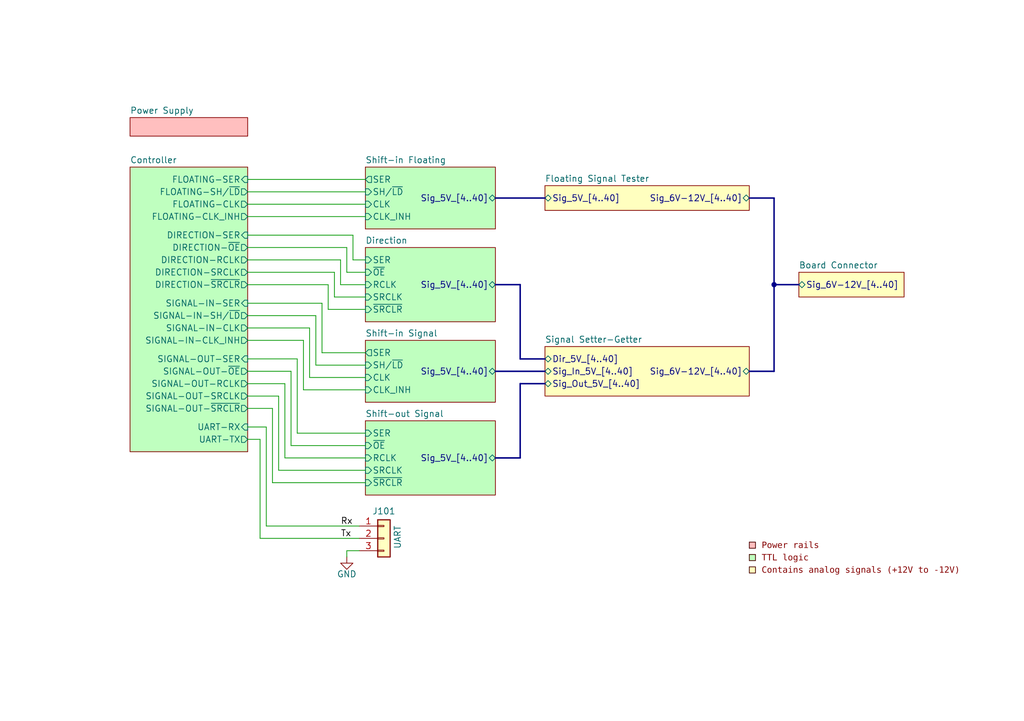
<source format=kicad_sch>
(kicad_sch (version 20250114) (generator "eeschema") (generator_version "9.0")
  (paper "A5")
  (title_block (title "VersaLogic board tester") (date "2025-09-09") (rev "1.0") (comment 1 "Copyright (c) 2025 by Filip Pynckels & Robin Pynckels"))
  (lib_symbols
    (symbol "Connector_Generic:Conn_01x03" (pin_names (offset 1.016) (hide yes))
      (property "Reference" "J" (at 0 5.08 0))
      (property "Value" "Conn_01x03" (at 0 -5.08 0))
      (symbol "Conn_01x03_1_1"
        (rectangle (start -1.27 3.81) (end 1.27 -3.81) (stroke (width 0.254)) (fill (type background)))
        (rectangle (start -1.27 2.667) (end 0 2.413) (stroke (width 0.1524)))
        (rectangle (start -1.27 0.127) (end 0 -0.127) (stroke (width 0.1524)))
        (rectangle (start -1.27 -2.413) (end 0 -2.667) (stroke (width 0.1524)))
        (pin passive line (at -5.08 2.54 0) (length 3.81) (name "Pin_1") (number "1"))
        (pin passive line (at -5.08 0 0) (length 3.81) (name "Pin_2") (number "2"))
        (pin passive line (at -5.08 -2.54 0) (length 3.81) (name "Pin_3") (number "3"))
      )
    )
    (symbol "power:GND" (power) (pin_numbers (hide yes)) (pin_names (offset 0) (hide yes))
      (property "Value" "GND" (at 0 -3.81 0))
      (symbol "GND_0_1"
        (polyline (pts (xy 0 0) (xy 0 -1.27) (xy 1.27 -1.27) (xy 0 -2.54) (xy -1.27 -1.27) (xy 0 -1.27)))
      )
      (symbol "GND_1_1"
        (pin power_in line (at 0 0 270) (length 0) (name "~") (number "1"))
      )
    )
  )
  (rectangle (start 153.67 111.252) (end 154.94 112.522) (stroke (width 0) (color 72 0 0 1)) (fill (type color) (color 255 0 0 0.2509803922)))
  (rectangle (start 153.67 113.792) (end 154.94 115.062) (stroke (width 0) (color 72 0 0 1)) (fill (type color) (color 0 255 0 0.2509803922)))
  (rectangle (start 153.67 116.332) (end 154.94 117.602) (stroke (width 0) (color 72 0 0 1)) (fill (type color) (color 255 255 0 0.2509803922)))
  (text "Contains analog signals (+12V to -12V)" (at 156.21 116.84 0) (effects (font (size 1.27 1.27)) (justify left top)))
  (text "TTL logic" (at 156.21 114.3 0) (effects (font (size 1.27 1.27)) (justify left top)))
  (text "Power rails" (at 156.21 111.76 0) (effects (font (size 1.27 1.27)) (justify left top)))
  (junction (at 158.75 58.42))
  (wire (pts (xy 50.8 48.26) (xy 72.39 48.26)))
  (wire (pts (xy 69.85 58.42) (xy 74.93 58.42)))
  (bus (pts (xy 153.67 76.2) (xy 158.75 76.2)))
  (wire (pts (xy 50.8 62.23) (xy 66.04 62.23)))
  (wire (pts (xy 59.69 91.44) (xy 74.93 91.44)))
  (wire (pts (xy 72.39 53.34) (xy 74.93 53.34)))
  (bus (pts (xy 101.6 93.98) (xy 106.68 93.98)))
  (wire (pts (xy 67.31 63.5) (xy 67.31 58.42)))
  (wire (pts (xy 60.96 88.9) (xy 74.93 88.9)))
  (wire (pts (xy 50.8 83.82) (xy 55.88 83.82)))
  (wire (pts (xy 67.31 58.42) (xy 50.8 58.42)))
  (wire (pts (xy 60.96 73.66) (xy 60.96 88.9)))
  (bus (pts (xy 101.6 76.2) (xy 111.76 76.2)))
  (wire (pts (xy 55.88 83.82) (xy 55.88 99.06)))
  (bus (pts (xy 153.67 40.64) (xy 158.75 40.64)))
  (bus (pts (xy 106.68 78.74) (xy 111.76 78.74)))
  (wire (pts (xy 50.8 67.31) (xy 63.5 67.31)))
  (wire (pts (xy 57.15 96.52) (xy 74.93 96.52)))
  (wire (pts (xy 62.23 69.85) (xy 62.23 80.01)))
  (wire (pts (xy 50.8 41.91) (xy 74.93 41.91)))
  (bus (pts (xy 111.76 73.66) (xy 106.68 73.66)))
  (bus (pts (xy 106.68 58.42) (xy 106.68 73.66)))
  (wire (pts (xy 66.04 62.23) (xy 66.04 72.39)))
  (wire (pts (xy 50.8 53.34) (xy 69.85 53.34)))
  (wire (pts (xy 72.39 48.26) (xy 72.39 53.34)))
  (wire (pts (xy 57.15 81.28) (xy 57.15 96.52)))
  (wire (pts (xy 50.8 76.2) (xy 59.69 76.2)))
  (wire (pts (xy 68.58 60.96) (xy 68.58 55.88)))
  (wire (pts (xy 50.8 64.77) (xy 64.77 64.77)))
  (wire (pts (xy 50.8 78.74) (xy 58.42 78.74)))
  (wire (pts (xy 50.8 81.28) (xy 57.15 81.28)))
  (bus (pts (xy 158.75 40.64) (xy 158.75 58.42)))
  (bus (pts (xy 106.68 78.74) (xy 106.68 93.98)))
  (wire (pts (xy 58.42 93.98) (xy 74.93 93.98)))
  (wire (pts (xy 50.8 36.83) (xy 74.93 36.83)))
  (wire (pts (xy 54.61 107.95) (xy 73.66 107.95)))
  (wire (pts (xy 55.88 99.06) (xy 74.93 99.06)))
  (wire (pts (xy 50.8 90.17) (xy 53.34 90.17)))
  (wire (pts (xy 71.12 50.8) (xy 50.8 50.8)))
  (wire (pts (xy 50.8 44.45) (xy 74.93 44.45)))
  (wire (pts (xy 68.58 55.88) (xy 50.8 55.88)))
  (wire (pts (xy 63.5 67.31) (xy 63.5 77.47)))
  (wire (pts (xy 59.69 76.2) (xy 59.69 91.44)))
  (wire (pts (xy 63.5 77.47) (xy 74.93 77.47)))
  (wire (pts (xy 53.34 90.17) (xy 53.34 110.49)))
  (wire (pts (xy 64.77 74.93) (xy 74.93 74.93)))
  (wire (pts (xy 50.8 39.37) (xy 74.93 39.37)))
  (wire (pts (xy 74.93 55.88) (xy 71.12 55.88)))
  (wire (pts (xy 66.04 72.39) (xy 74.93 72.39)))
  (wire (pts (xy 50.8 87.63) (xy 54.61 87.63)))
  (wire (pts (xy 69.85 53.34) (xy 69.85 58.42)))
  (bus (pts (xy 101.6 40.64) (xy 111.76 40.64)))
  (wire (pts (xy 62.23 80.01) (xy 74.93 80.01)))
  (wire (pts (xy 74.93 60.96) (xy 68.58 60.96)))
  (wire (pts (xy 74.93 63.5) (xy 67.31 63.5)))
  (wire (pts (xy 71.12 55.88) (xy 71.12 50.8)))
  (wire (pts (xy 71.12 113.03) (xy 71.12 114.3)))
  (wire (pts (xy 58.42 78.74) (xy 58.42 93.98)))
  (wire (pts (xy 50.8 69.85) (xy 62.23 69.85)))
  (bus (pts (xy 158.75 58.42) (xy 163.83 58.42)))
  (bus (pts (xy 158.75 58.42) (xy 158.75 76.2)))
  (bus (pts (xy 101.6 58.42) (xy 106.68 58.42)))
  (wire (pts (xy 64.77 64.77) (xy 64.77 74.93)))
  (wire (pts (xy 53.34 110.49) (xy 73.66 110.49)))
  (wire (pts (xy 50.8 73.66) (xy 60.96 73.66)))
  (wire (pts (xy 54.61 87.63) (xy 54.61 107.95)))
  (wire (pts (xy 71.12 113.03) (xy 73.66 113.03)))
  (label "Tx" (at 69.85 110.49 0) (effects (font (thickness 0.1588))))
  (label "Rx" (at 69.85 107.95 0) (effects (font (thickness 0.1588))))
  (symbol (lib_id "power:GND") (at 71.12 114.3 0) (unit 1)
    (property "Reference" "#PWR0101" (effects (hide yes)))
    (property "Value" "GND" (at 71.12 117.094 0) (effects (justify top)))
    (property "Description" "Power symbol creates a global label with name \"GND\" , ground" (effects (hide yes)))
  )
  (symbol (lib_id "Connector_Generic:Conn_01x03") (at 78.74 110.49 0) (unit 1)
    (property "Reference" "J101" (at 78.74 104.902 0))
    (property "Value" "UART" (at 81.534 110.236 90))
    (property "Footprint" "Connector_PinHeader_2.54mm:PinHeader_1x03_P2.54mm_Vertical" (effects (hide yes)))
    (property "Description" "Generic connector, single row, 01x03, script generated (kicad-library-utils/schlib/autogen/connector/)" (effects (hide yes)))
  )
  (sheet (at 74.93 50.8) (size 26.67 15.24) (stroke (width 0.1524)) (fill (color 0 255 0 0.2510))
    (property "Sheetname" "Direction" (at 74.93 50.0884 0) (effects (justify left bottom)))
    (property "Sheetfile" "Shift_Out.kicad_sch" (effects (hide yes)))
    (pin "~{SRCLR}" input (at 74.93 63.5 180))
    (pin "RCLK" input (at 74.93 58.42 180))
    (pin "~{OE}" input (at 74.93 55.88 180))
    (pin "SRCLK" input (at 74.93 60.96 180))
    (pin "SER" input (at 74.93 53.34 180))
    (pin "Sig_5V_[4..40]" tri_state (at 101.6 58.42 0))
  )
  (sheet (at 74.93 86.36) (size 26.67 15.24) (stroke (width 0.1524)) (fill (color 0 255 0 0.2510))
    (property "Sheetname" "Shift-out Signal" (at 74.93 85.6484 0) (effects (justify left bottom)))
    (property "Sheetfile" "Shift_Out.kicad_sch" (effects (hide yes)))
    (pin "~{SRCLR}" input (at 74.93 99.06 180))
    (pin "RCLK" input (at 74.93 93.98 180))
    (pin "~{OE}" input (at 74.93 91.44 180))
    (pin "SRCLK" input (at 74.93 96.52 180))
    (pin "SER" input (at 74.93 88.9 180))
    (pin "Sig_5V_[4..40]" tri_state (at 101.6 93.98 0))
  )
  (sheet (at 163.83 55.88) (size 21.59 5.08) (stroke (width 0.1524)) (fill (color 255 255 0 0.2510))
    (property "Sheetname" "Board Connector" (at 163.83 55.1684 0) (effects (justify left bottom)))
    (property "Sheetfile" "Board_Connector.kicad_sch" (effects (hide yes)))
    (pin "Sig_6V-12V_[4..40]" tri_state (at 163.83 58.42 180))
  )
  (sheet (at 74.93 34.29) (size 26.67 12.7) (stroke (width 0.1524)) (fill (color 0 255 0 0.2510))
    (property "Sheetname" "Shift-in Floating" (at 74.93 33.5784 0) (effects (justify left bottom)))
    (property "Sheetfile" "Shift_In.kicad_sch" (effects (hide yes)))
    (pin "SER" output (at 74.93 36.83 180))
    (pin "CLK_INH" input (at 74.93 44.45 180))
    (pin "CLK" input (at 74.93 41.91 180))
    (pin "SH{slash}~{LD}" input (at 74.93 39.37 180))
    (pin "Sig_5V_[4..40]" tri_state (at 101.6 40.64 0))
  )
  (sheet (at 74.93 69.85) (size 26.67 12.7) (stroke (width 0.1524)) (fill (color 0 255 0 0.2510))
    (property "Sheetname" "Shift-in Signal" (at 74.93 69.1384 0) (effects (justify left bottom)))
    (property "Sheetfile" "Shift_In.kicad_sch" (effects (hide yes)))
    (pin "CLK_INH" input (at 74.93 80.01 180))
    (pin "SER" output (at 74.93 72.39 180))
    (pin "CLK" input (at 74.93 77.47 180))
    (pin "SH{slash}~{LD}" input (at 74.93 74.93 180))
    (pin "Sig_5V_[4..40]" tri_state (at 101.6 76.2 0))
  )
  (sheet (at 26.67 34.29) (size 24.13 58.42) (stroke (width 0.1524)) (fill (color 0 255 0 0.2510))
    (property "Sheetname" "Controller" (at 26.67 33.5784 0) (effects (justify left bottom)))
    (property "Sheetfile" "Controller.kicad_sch" (effects (hide yes)))
    (pin "UART-RX" input (at 50.8 87.63 0))
    (pin "UART-TX" output (at 50.8 90.17 0))
    (pin "FLOATING-SER" input (at 50.8 36.83 0))
    (pin "FLOATING-CLK_INH" output (at 50.8 44.45 0))
    (pin "SIGNAL-OUT-~{SRCLR}" output (at 50.8 83.82 0))
    (pin "SIGNAL-IN-SER" input (at 50.8 62.23 0))
    (pin "FLOATING-SH{slash}~{LD}" output (at 50.8 39.37 0))
    (pin "SIGNAL-OUT-SER" input (at 50.8 73.66 0))
    (pin "SIGNAL-IN-CLK_INH" output (at 50.8 69.85 0))
    (pin "SIGNAL-IN-CLK" output (at 50.8 67.31 0))
    (pin "SIGNAL-OUT-~{OE}" output (at 50.8 76.2 0))
    (pin "SIGNAL-OUT-SRCLK" output (at 50.8 81.28 0))
    (pin "SIGNAL-IN-SH{slash}~{LD}" output (at 50.8 64.77 0))
    (pin "FLOATING-CLK" output (at 50.8 41.91 0))
    (pin "SIGNAL-OUT-RCLK" output (at 50.8 78.74 0))
    (pin "DIRECTION-~{SRCLR}" output (at 50.8 58.42 0))
    (pin "DIRECTION-SER" input (at 50.8 48.26 0))
    (pin "DIRECTION-RCLK" output (at 50.8 53.34 0))
    (pin "DIRECTION-~{OE}" output (at 50.8 50.8 0))
    (pin "DIRECTION-SRCLK" output (at 50.8 55.88 0))
  )
  (sheet (at 111.76 71.12) (size 41.91 10.16) (stroke (width 0.1524)) (fill (color 255 255 0 0.2510))
    (property "Sheetname" "Signal Setter-Getter" (at 111.76 70.4084 0) (effects (justify left bottom)))
    (property "Sheetfile" "Signal_Setter-Getter.kicad_sch" (effects (hide yes)))
    (pin "Sig_In_5V_[4..40]" tri_state (at 111.76 76.2 180))
    (pin "Sig_6V-12V_[4..40]" tri_state (at 153.67 76.2 0))
    (pin "Sig_Out_5V_[4..40]" tri_state (at 111.76 78.74 180))
    (pin "Dir_5V_[4..40]" tri_state (at 111.76 73.66 180))
  )
  (sheet (at 26.67 24.13) (size 24.13 3.81) (stroke (width 0.1524)) (fill (color 255 0 0 0.2510))
    (property "Sheetname" "Power Supply" (at 26.67 23.4184 0) (effects (justify left bottom)))
    (property "Sheetfile" "Power_Supply.kicad_sch" (effects (hide yes)))
  )
  (sheet (at 111.76 38.1) (size 41.91 5.08) (stroke (width 0.1524)) (fill (color 255 255 0 0.2510))
    (property "Sheetname" "Floating Signal Tester" (at 111.76 37.3884 0) (effects (justify left bottom)))
    (property "Sheetfile" "Floating_Signal_Tester.kicad_sch" (effects (hide yes)))
    (pin "Sig_5V_[4..40]" tri_state (at 111.76 40.64 180))
    (pin "Sig_6V-12V_[4..40]" tri_state (at 153.67 40.64 0))
  )
)
</source>
